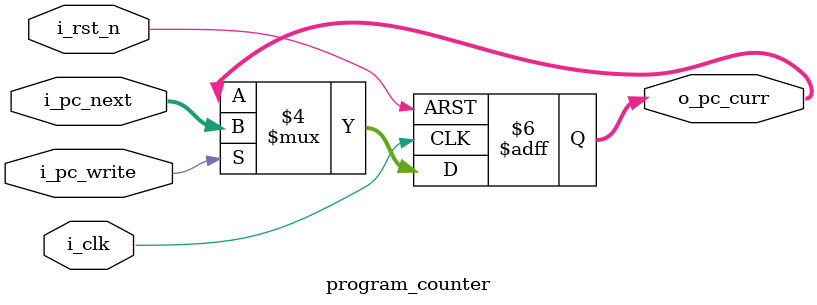
<source format=sv>

module program_counter #(
    parameter XLEN = 32,
    parameter RESET_PC = 32'h4000_0000
) (
    input                       i_clk,
    input                       i_rst_n,
    input                       i_pc_write,
    input           [XLEN-1:0]  i_pc_next,
    output  logic   [XLEN-1:0]  o_pc_curr
);

    always_ff @(posedge i_clk or negedge i_rst_n) begin
        if (i_rst_n == '0) begin
            o_pc_curr <= RESET_PC;
        end else begin
            if (i_pc_write) begin
                o_pc_curr <= i_pc_next;
            end else begin
                o_pc_curr <= o_pc_curr;
            end
        end
    end

endmodule

</source>
